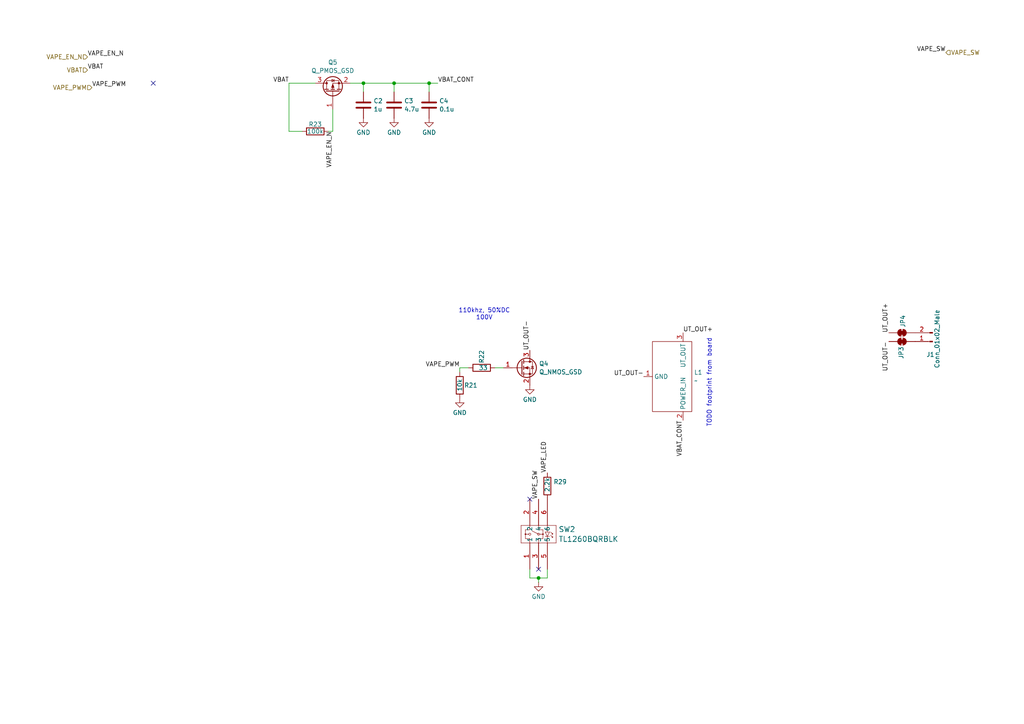
<source format=kicad_sch>
(kicad_sch
	(version 20250114)
	(generator "eeschema")
	(generator_version "9.0")
	(uuid "6cf64ae9-0a9b-448a-b080-5756ca15706a")
	(paper "A4")
	(lib_symbols
		(symbol "Connector:Conn_01x02_Male"
			(pin_names
				(offset 1.016)
				(hide yes)
			)
			(exclude_from_sim no)
			(in_bom yes)
			(on_board yes)
			(property "Reference" "J"
				(at 0 2.54 0)
				(effects
					(font
						(size 1.27 1.27)
					)
				)
			)
			(property "Value" "Conn_01x02_Male"
				(at 0 -5.08 0)
				(effects
					(font
						(size 1.27 1.27)
					)
				)
			)
			(property "Footprint" ""
				(at 0 0 0)
				(effects
					(font
						(size 1.27 1.27)
					)
					(hide yes)
				)
			)
			(property "Datasheet" "~"
				(at 0 0 0)
				(effects
					(font
						(size 1.27 1.27)
					)
					(hide yes)
				)
			)
			(property "Description" "Generic connector, single row, 01x02, script generated (kicad-library-utils/schlib/autogen/connector/)"
				(at 0 0 0)
				(effects
					(font
						(size 1.27 1.27)
					)
					(hide yes)
				)
			)
			(property "ki_keywords" "connector"
				(at 0 0 0)
				(effects
					(font
						(size 1.27 1.27)
					)
					(hide yes)
				)
			)
			(property "ki_fp_filters" "Connector*:*_1x??_*"
				(at 0 0 0)
				(effects
					(font
						(size 1.27 1.27)
					)
					(hide yes)
				)
			)
			(symbol "Conn_01x02_Male_1_1"
				(rectangle
					(start 0.8636 0.127)
					(end 0 -0.127)
					(stroke
						(width 0.1524)
						(type default)
					)
					(fill
						(type outline)
					)
				)
				(rectangle
					(start 0.8636 -2.413)
					(end 0 -2.667)
					(stroke
						(width 0.1524)
						(type default)
					)
					(fill
						(type outline)
					)
				)
				(polyline
					(pts
						(xy 1.27 0) (xy 0.8636 0)
					)
					(stroke
						(width 0.1524)
						(type default)
					)
					(fill
						(type none)
					)
				)
				(polyline
					(pts
						(xy 1.27 -2.54) (xy 0.8636 -2.54)
					)
					(stroke
						(width 0.1524)
						(type default)
					)
					(fill
						(type none)
					)
				)
				(pin passive line
					(at 5.08 0 180)
					(length 3.81)
					(name "Pin_1"
						(effects
							(font
								(size 1.27 1.27)
							)
						)
					)
					(number "1"
						(effects
							(font
								(size 1.27 1.27)
							)
						)
					)
				)
				(pin passive line
					(at 5.08 -2.54 180)
					(length 3.81)
					(name "Pin_2"
						(effects
							(font
								(size 1.27 1.27)
							)
						)
					)
					(number "2"
						(effects
							(font
								(size 1.27 1.27)
							)
						)
					)
				)
			)
			(embedded_fonts no)
		)
		(symbol "Device:C"
			(pin_numbers
				(hide yes)
			)
			(pin_names
				(offset 0.254)
			)
			(exclude_from_sim no)
			(in_bom yes)
			(on_board yes)
			(property "Reference" "C"
				(at 0.635 2.54 0)
				(effects
					(font
						(size 1.27 1.27)
					)
					(justify left)
				)
			)
			(property "Value" "C"
				(at 0.635 -2.54 0)
				(effects
					(font
						(size 1.27 1.27)
					)
					(justify left)
				)
			)
			(property "Footprint" ""
				(at 0.9652 -3.81 0)
				(effects
					(font
						(size 1.27 1.27)
					)
					(hide yes)
				)
			)
			(property "Datasheet" "~"
				(at 0 0 0)
				(effects
					(font
						(size 1.27 1.27)
					)
					(hide yes)
				)
			)
			(property "Description" "Unpolarized capacitor"
				(at 0 0 0)
				(effects
					(font
						(size 1.27 1.27)
					)
					(hide yes)
				)
			)
			(property "ki_keywords" "cap capacitor"
				(at 0 0 0)
				(effects
					(font
						(size 1.27 1.27)
					)
					(hide yes)
				)
			)
			(property "ki_fp_filters" "C_*"
				(at 0 0 0)
				(effects
					(font
						(size 1.27 1.27)
					)
					(hide yes)
				)
			)
			(symbol "C_0_1"
				(polyline
					(pts
						(xy -2.032 0.762) (xy 2.032 0.762)
					)
					(stroke
						(width 0.508)
						(type default)
					)
					(fill
						(type none)
					)
				)
				(polyline
					(pts
						(xy -2.032 -0.762) (xy 2.032 -0.762)
					)
					(stroke
						(width 0.508)
						(type default)
					)
					(fill
						(type none)
					)
				)
			)
			(symbol "C_1_1"
				(pin passive line
					(at 0 3.81 270)
					(length 2.794)
					(name "~"
						(effects
							(font
								(size 1.27 1.27)
							)
						)
					)
					(number "1"
						(effects
							(font
								(size 1.27 1.27)
							)
						)
					)
				)
				(pin passive line
					(at 0 -3.81 90)
					(length 2.794)
					(name "~"
						(effects
							(font
								(size 1.27 1.27)
							)
						)
					)
					(number "2"
						(effects
							(font
								(size 1.27 1.27)
							)
						)
					)
				)
			)
			(embedded_fonts no)
		)
		(symbol "Device:R"
			(pin_numbers
				(hide yes)
			)
			(pin_names
				(offset 0)
			)
			(exclude_from_sim no)
			(in_bom yes)
			(on_board yes)
			(property "Reference" "R"
				(at 2.032 0 90)
				(effects
					(font
						(size 1.27 1.27)
					)
				)
			)
			(property "Value" "R"
				(at 0 0 90)
				(effects
					(font
						(size 1.27 1.27)
					)
				)
			)
			(property "Footprint" ""
				(at -1.778 0 90)
				(effects
					(font
						(size 1.27 1.27)
					)
					(hide yes)
				)
			)
			(property "Datasheet" "~"
				(at 0 0 0)
				(effects
					(font
						(size 1.27 1.27)
					)
					(hide yes)
				)
			)
			(property "Description" "Resistor"
				(at 0 0 0)
				(effects
					(font
						(size 1.27 1.27)
					)
					(hide yes)
				)
			)
			(property "ki_keywords" "R res resistor"
				(at 0 0 0)
				(effects
					(font
						(size 1.27 1.27)
					)
					(hide yes)
				)
			)
			(property "ki_fp_filters" "R_*"
				(at 0 0 0)
				(effects
					(font
						(size 1.27 1.27)
					)
					(hide yes)
				)
			)
			(symbol "R_0_1"
				(rectangle
					(start -1.016 -2.54)
					(end 1.016 2.54)
					(stroke
						(width 0.254)
						(type default)
					)
					(fill
						(type none)
					)
				)
			)
			(symbol "R_1_1"
				(pin passive line
					(at 0 3.81 270)
					(length 1.27)
					(name "~"
						(effects
							(font
								(size 1.27 1.27)
							)
						)
					)
					(number "1"
						(effects
							(font
								(size 1.27 1.27)
							)
						)
					)
				)
				(pin passive line
					(at 0 -3.81 90)
					(length 1.27)
					(name "~"
						(effects
							(font
								(size 1.27 1.27)
							)
						)
					)
					(number "2"
						(effects
							(font
								(size 1.27 1.27)
							)
						)
					)
				)
			)
			(embedded_fonts no)
		)
		(symbol "Jumper:SolderJumper_2_Bridged"
			(pin_numbers
				(hide yes)
			)
			(pin_names
				(offset 0)
				(hide yes)
			)
			(exclude_from_sim no)
			(in_bom no)
			(on_board yes)
			(property "Reference" "JP"
				(at 0 2.032 0)
				(effects
					(font
						(size 1.27 1.27)
					)
				)
			)
			(property "Value" "SolderJumper_2_Bridged"
				(at 0 -2.54 0)
				(effects
					(font
						(size 1.27 1.27)
					)
				)
			)
			(property "Footprint" ""
				(at 0 0 0)
				(effects
					(font
						(size 1.27 1.27)
					)
					(hide yes)
				)
			)
			(property "Datasheet" "~"
				(at 0 0 0)
				(effects
					(font
						(size 1.27 1.27)
					)
					(hide yes)
				)
			)
			(property "Description" "Solder Jumper, 2-pole, closed/bridged"
				(at 0 0 0)
				(effects
					(font
						(size 1.27 1.27)
					)
					(hide yes)
				)
			)
			(property "ki_keywords" "solder jumper SPST"
				(at 0 0 0)
				(effects
					(font
						(size 1.27 1.27)
					)
					(hide yes)
				)
			)
			(property "ki_fp_filters" "SolderJumper*Bridged*"
				(at 0 0 0)
				(effects
					(font
						(size 1.27 1.27)
					)
					(hide yes)
				)
			)
			(symbol "SolderJumper_2_Bridged_0_1"
				(rectangle
					(start -0.508 0.508)
					(end 0.508 -0.508)
					(stroke
						(width 0)
						(type default)
					)
					(fill
						(type outline)
					)
				)
				(polyline
					(pts
						(xy -0.254 1.016) (xy -0.254 -1.016)
					)
					(stroke
						(width 0)
						(type default)
					)
					(fill
						(type none)
					)
				)
				(arc
					(start -0.254 -1.016)
					(mid -1.2656 0)
					(end -0.254 1.016)
					(stroke
						(width 0)
						(type default)
					)
					(fill
						(type none)
					)
				)
				(arc
					(start -0.254 -1.016)
					(mid -1.2656 0)
					(end -0.254 1.016)
					(stroke
						(width 0)
						(type default)
					)
					(fill
						(type outline)
					)
				)
				(arc
					(start 0.254 1.016)
					(mid 1.2656 0)
					(end 0.254 -1.016)
					(stroke
						(width 0)
						(type default)
					)
					(fill
						(type none)
					)
				)
				(arc
					(start 0.254 1.016)
					(mid 1.2656 0)
					(end 0.254 -1.016)
					(stroke
						(width 0)
						(type default)
					)
					(fill
						(type outline)
					)
				)
				(polyline
					(pts
						(xy 0.254 1.016) (xy 0.254 -1.016)
					)
					(stroke
						(width 0)
						(type default)
					)
					(fill
						(type none)
					)
				)
			)
			(symbol "SolderJumper_2_Bridged_1_1"
				(pin passive line
					(at -3.81 0 0)
					(length 2.54)
					(name "A"
						(effects
							(font
								(size 1.27 1.27)
							)
						)
					)
					(number "1"
						(effects
							(font
								(size 1.27 1.27)
							)
						)
					)
				)
				(pin passive line
					(at 3.81 0 180)
					(length 2.54)
					(name "B"
						(effects
							(font
								(size 1.27 1.27)
							)
						)
					)
					(number "2"
						(effects
							(font
								(size 1.27 1.27)
							)
						)
					)
				)
			)
			(embedded_fonts no)
		)
		(symbol "New_Library:TL1260BQRBLK"
			(pin_names
				(offset 0.254)
			)
			(exclude_from_sim no)
			(in_bom yes)
			(on_board yes)
			(property "Reference" "SW"
				(at 10.16 7.62 0)
				(effects
					(font
						(size 1.524 1.524)
					)
				)
			)
			(property "Value" "TL1260BQRBLK"
				(at 10.16 5.08 0)
				(effects
					(font
						(size 1.524 1.524)
					)
				)
			)
			(property "Footprint" "TL1260_EWI"
				(at 0 0 0)
				(effects
					(font
						(size 1.27 1.27)
						(italic yes)
					)
					(hide yes)
				)
			)
			(property "Datasheet" "TL1260BQRBLK"
				(at 0 0 0)
				(effects
					(font
						(size 1.27 1.27)
						(italic yes)
					)
					(hide yes)
				)
			)
			(property "Description" ""
				(at 0 0 0)
				(effects
					(font
						(size 1.27 1.27)
					)
					(hide yes)
				)
			)
			(property "ki_locked" ""
				(at 0 0 0)
				(effects
					(font
						(size 1.27 1.27)
					)
				)
			)
			(property "ki_keywords" "TL1260BQRBLK"
				(at 0 0 0)
				(effects
					(font
						(size 1.27 1.27)
					)
					(hide yes)
				)
			)
			(property "ki_fp_filters" "TL1260_EWI"
				(at 0 0 0)
				(effects
					(font
						(size 1.27 1.27)
					)
					(hide yes)
				)
			)
			(symbol "TL1260BQRBLK_0_1"
				(polyline
					(pts
						(xy 7.62 2.54) (xy 7.62 -7.62)
					)
					(stroke
						(width 0.127)
						(type default)
					)
					(fill
						(type none)
					)
				)
				(polyline
					(pts
						(xy 7.62 0) (xy 8.89 0)
					)
					(stroke
						(width 0.127)
						(type default)
					)
					(fill
						(type none)
					)
				)
				(polyline
					(pts
						(xy 7.62 -2.54) (xy 8.89 -2.54)
					)
					(stroke
						(width 0.127)
						(type default)
					)
					(fill
						(type none)
					)
				)
				(polyline
					(pts
						(xy 7.62 -5.08) (xy 9.525 -5.08)
					)
					(stroke
						(width 0.127)
						(type default)
					)
					(fill
						(type none)
					)
				)
				(polyline
					(pts
						(xy 7.62 -7.62) (xy 12.7 -7.62)
					)
					(stroke
						(width 0.127)
						(type default)
					)
					(fill
						(type none)
					)
				)
				(polyline
					(pts
						(xy 8.89 1.27) (xy 11.43 1.27)
					)
					(stroke
						(width 0.127)
						(type default)
					)
					(fill
						(type none)
					)
				)
				(polyline
					(pts
						(xy 8.89 0) (xy 8.89 1.27)
					)
					(stroke
						(width 0.127)
						(type default)
					)
					(fill
						(type none)
					)
				)
				(polyline
					(pts
						(xy 8.89 -2.54) (xy 8.89 -3.81)
					)
					(stroke
						(width 0.127)
						(type default)
					)
					(fill
						(type none)
					)
				)
				(polyline
					(pts
						(xy 8.89 -3.81) (xy 11.43 -3.81)
					)
					(stroke
						(width 0.127)
						(type default)
					)
					(fill
						(type none)
					)
				)
				(polyline
					(pts
						(xy 9.2075 -6.6675) (xy 9.2075 -6.35)
					)
					(stroke
						(width 0.127)
						(type default)
					)
					(fill
						(type none)
					)
				)
				(polyline
					(pts
						(xy 9.2075 -6.6675) (xy 9.525 -6.6675)
					)
					(stroke
						(width 0.127)
						(type default)
					)
					(fill
						(type none)
					)
				)
				(polyline
					(pts
						(xy 9.525 -4.445) (xy 9.525 -5.715)
					)
					(stroke
						(width 0.127)
						(type default)
					)
					(fill
						(type none)
					)
				)
				(polyline
					(pts
						(xy 9.525 -5.08) (xy 10.795 -5.715)
					)
					(stroke
						(width 0.127)
						(type default)
					)
					(fill
						(type none)
					)
				)
				(polyline
					(pts
						(xy 9.8425 -6.0325) (xy 9.2075 -6.6675)
					)
					(stroke
						(width 0.127)
						(type default)
					)
					(fill
						(type none)
					)
				)
				(circle
					(center 10.16 1.27)
					(radius 0.127)
					(stroke
						(width 0.2032)
						(type default)
					)
					(fill
						(type none)
					)
				)
				(polyline
					(pts
						(xy 10.16 0.3175) (xy 10.16 1.27)
					)
					(stroke
						(width 0.127)
						(type default)
					)
					(fill
						(type none)
					)
				)
				(circle
					(center 10.16 0)
					(radius 0.3048)
					(stroke
						(width 0.127)
						(type default)
					)
					(fill
						(type none)
					)
				)
				(polyline
					(pts
						(xy 10.16 -2.54) (xy 11.1125 -0.635)
					)
					(stroke
						(width 0.127)
						(type default)
					)
					(fill
						(type none)
					)
				)
				(circle
					(center 10.16 -2.54)
					(radius 0.3048)
					(stroke
						(width 0.127)
						(type default)
					)
					(fill
						(type none)
					)
				)
				(polyline
					(pts
						(xy 10.16 -2.8575) (xy 10.16 -3.81)
					)
					(stroke
						(width 0.127)
						(type default)
					)
					(fill
						(type none)
					)
				)
				(circle
					(center 10.16 -3.81)
					(radius 0.127)
					(stroke
						(width 0.2032)
						(type default)
					)
					(fill
						(type none)
					)
				)
				(polyline
					(pts
						(xy 10.16 -6.6675) (xy 10.16 -6.35)
					)
					(stroke
						(width 0.127)
						(type default)
					)
					(fill
						(type none)
					)
				)
				(polyline
					(pts
						(xy 10.16 -6.6675) (xy 10.4775 -6.6675)
					)
					(stroke
						(width 0.127)
						(type default)
					)
					(fill
						(type none)
					)
				)
				(polyline
					(pts
						(xy 10.795 -4.445) (xy 9.525 -5.08)
					)
					(stroke
						(width 0.127)
						(type default)
					)
					(fill
						(type none)
					)
				)
				(polyline
					(pts
						(xy 10.795 -4.445) (xy 10.795 -5.715)
					)
					(stroke
						(width 0.127)
						(type default)
					)
					(fill
						(type none)
					)
				)
				(polyline
					(pts
						(xy 10.795 -5.08) (xy 12.7 -5.08)
					)
					(stroke
						(width 0.127)
						(type default)
					)
					(fill
						(type none)
					)
				)
				(polyline
					(pts
						(xy 10.795 -6.0325) (xy 10.16 -6.6675)
					)
					(stroke
						(width 0.127)
						(type default)
					)
					(fill
						(type none)
					)
				)
				(polyline
					(pts
						(xy 11.43 1.27) (xy 11.43 0)
					)
					(stroke
						(width 0.127)
						(type default)
					)
					(fill
						(type none)
					)
				)
				(polyline
					(pts
						(xy 11.43 0) (xy 12.7 0)
					)
					(stroke
						(width 0.127)
						(type default)
					)
					(fill
						(type none)
					)
				)
				(polyline
					(pts
						(xy 11.43 -2.54) (xy 12.7 -2.54)
					)
					(stroke
						(width 0.127)
						(type default)
					)
					(fill
						(type none)
					)
				)
				(polyline
					(pts
						(xy 11.43 -3.81) (xy 11.43 -2.54)
					)
					(stroke
						(width 0.127)
						(type default)
					)
					(fill
						(type none)
					)
				)
				(polyline
					(pts
						(xy 12.7 2.54) (xy 7.62 2.54)
					)
					(stroke
						(width 0.127)
						(type default)
					)
					(fill
						(type none)
					)
				)
				(polyline
					(pts
						(xy 12.7 -7.62) (xy 12.7 2.54)
					)
					(stroke
						(width 0.127)
						(type default)
					)
					(fill
						(type none)
					)
				)
				(pin unspecified line
					(at 0 0 0)
					(length 7.62)
					(name "1"
						(effects
							(font
								(size 1.27 1.27)
							)
						)
					)
					(number "1"
						(effects
							(font
								(size 1.27 1.27)
							)
						)
					)
				)
				(pin unspecified line
					(at 0 -2.54 0)
					(length 7.62)
					(name "3"
						(effects
							(font
								(size 1.27 1.27)
							)
						)
					)
					(number "3"
						(effects
							(font
								(size 1.27 1.27)
							)
						)
					)
				)
				(pin unspecified line
					(at 0 -5.08 0)
					(length 7.62)
					(name "5"
						(effects
							(font
								(size 1.27 1.27)
							)
						)
					)
					(number "5"
						(effects
							(font
								(size 1.27 1.27)
							)
						)
					)
				)
				(pin unspecified line
					(at 20.32 0 180)
					(length 7.62)
					(name "2"
						(effects
							(font
								(size 1.27 1.27)
							)
						)
					)
					(number "2"
						(effects
							(font
								(size 1.27 1.27)
							)
						)
					)
				)
				(pin unspecified line
					(at 20.32 -2.54 180)
					(length 7.62)
					(name "4"
						(effects
							(font
								(size 1.27 1.27)
							)
						)
					)
					(number "4"
						(effects
							(font
								(size 1.27 1.27)
							)
						)
					)
				)
				(pin unspecified line
					(at 20.32 -5.08 180)
					(length 7.62)
					(name "6"
						(effects
							(font
								(size 1.27 1.27)
							)
						)
					)
					(number "6"
						(effects
							(font
								(size 1.27 1.27)
							)
						)
					)
				)
			)
			(embedded_fonts no)
		)
		(symbol "New_Library:Txformer"
			(exclude_from_sim no)
			(in_bom yes)
			(on_board yes)
			(property "Reference" "L"
				(at -0.508 1.016 0)
				(effects
					(font
						(size 1.27 1.27)
					)
				)
			)
			(property "Value" ""
				(at 0 0 0)
				(effects
					(font
						(size 1.27 1.27)
					)
				)
			)
			(property "Footprint" ""
				(at 0 0 0)
				(effects
					(font
						(size 1.27 1.27)
					)
					(hide yes)
				)
			)
			(property "Datasheet" ""
				(at 0 0 0)
				(effects
					(font
						(size 1.27 1.27)
					)
					(hide yes)
				)
			)
			(property "Description" ""
				(at 0 0 0)
				(effects
					(font
						(size 1.27 1.27)
					)
					(hide yes)
				)
			)
			(symbol "Txformer_0_1"
				(rectangle
					(start -12.7 11.43)
					(end -1.27 -8.89)
					(stroke
						(width 0)
						(type default)
					)
					(fill
						(type none)
					)
				)
			)
			(symbol "Txformer_1_1"
				(pin power_in line
					(at -15.24 1.27 0)
					(length 2.54)
					(name "GND"
						(effects
							(font
								(size 1.27 1.27)
							)
						)
					)
					(number "1"
						(effects
							(font
								(size 1.27 1.27)
							)
						)
					)
				)
				(pin power_out line
					(at -3.81 13.97 270)
					(length 2.54)
					(name "UT_OUT"
						(effects
							(font
								(size 1.27 1.27)
							)
						)
					)
					(number "3"
						(effects
							(font
								(size 1.27 1.27)
							)
						)
					)
				)
				(pin power_in line
					(at -3.81 -11.43 90)
					(length 2.54)
					(name "POWER_IN"
						(effects
							(font
								(size 1.27 1.27)
							)
						)
					)
					(number "2"
						(effects
							(font
								(size 1.27 1.27)
							)
						)
					)
				)
			)
			(embedded_fonts no)
		)
		(symbol "Transistor_FET:Q_NMOS_GSD"
			(pin_names
				(offset 0)
				(hide yes)
			)
			(exclude_from_sim no)
			(in_bom yes)
			(on_board yes)
			(property "Reference" "Q"
				(at 5.08 1.905 0)
				(effects
					(font
						(size 1.27 1.27)
					)
					(justify left)
				)
			)
			(property "Value" "Q_NMOS_GSD"
				(at 5.08 0 0)
				(effects
					(font
						(size 1.27 1.27)
					)
					(justify left)
				)
			)
			(property "Footprint" ""
				(at 5.08 2.54 0)
				(effects
					(font
						(size 1.27 1.27)
					)
					(hide yes)
				)
			)
			(property "Datasheet" "~"
				(at 0 0 0)
				(effects
					(font
						(size 1.27 1.27)
					)
					(hide yes)
				)
			)
			(property "Description" "N-MOSFET transistor, gate/source/drain"
				(at 0 0 0)
				(effects
					(font
						(size 1.27 1.27)
					)
					(hide yes)
				)
			)
			(property "ki_keywords" "transistor NMOS N-MOS N-MOSFET"
				(at 0 0 0)
				(effects
					(font
						(size 1.27 1.27)
					)
					(hide yes)
				)
			)
			(symbol "Q_NMOS_GSD_0_1"
				(polyline
					(pts
						(xy 0.254 1.905) (xy 0.254 -1.905)
					)
					(stroke
						(width 0.254)
						(type default)
					)
					(fill
						(type none)
					)
				)
				(polyline
					(pts
						(xy 0.254 0) (xy -2.54 0)
					)
					(stroke
						(width 0)
						(type default)
					)
					(fill
						(type none)
					)
				)
				(polyline
					(pts
						(xy 0.762 2.286) (xy 0.762 1.27)
					)
					(stroke
						(width 0.254)
						(type default)
					)
					(fill
						(type none)
					)
				)
				(polyline
					(pts
						(xy 0.762 0.508) (xy 0.762 -0.508)
					)
					(stroke
						(width 0.254)
						(type default)
					)
					(fill
						(type none)
					)
				)
				(polyline
					(pts
						(xy 0.762 -1.27) (xy 0.762 -2.286)
					)
					(stroke
						(width 0.254)
						(type default)
					)
					(fill
						(type none)
					)
				)
				(polyline
					(pts
						(xy 0.762 -1.778) (xy 3.302 -1.778) (xy 3.302 1.778) (xy 0.762 1.778)
					)
					(stroke
						(width 0)
						(type default)
					)
					(fill
						(type none)
					)
				)
				(polyline
					(pts
						(xy 1.016 0) (xy 2.032 0.381) (xy 2.032 -0.381) (xy 1.016 0)
					)
					(stroke
						(width 0)
						(type default)
					)
					(fill
						(type outline)
					)
				)
				(circle
					(center 1.651 0)
					(radius 2.794)
					(stroke
						(width 0.254)
						(type default)
					)
					(fill
						(type none)
					)
				)
				(polyline
					(pts
						(xy 2.54 2.54) (xy 2.54 1.778)
					)
					(stroke
						(width 0)
						(type default)
					)
					(fill
						(type none)
					)
				)
				(circle
					(center 2.54 1.778)
					(radius 0.254)
					(stroke
						(width 0)
						(type default)
					)
					(fill
						(type outline)
					)
				)
				(circle
					(center 2.54 -1.778)
					(radius 0.254)
					(stroke
						(width 0)
						(type default)
					)
					(fill
						(type outline)
					)
				)
				(polyline
					(pts
						(xy 2.54 -2.54) (xy 2.54 0) (xy 0.762 0)
					)
					(stroke
						(width 0)
						(type default)
					)
					(fill
						(type none)
					)
				)
				(polyline
					(pts
						(xy 2.921 0.381) (xy 3.683 0.381)
					)
					(stroke
						(width 0)
						(type default)
					)
					(fill
						(type none)
					)
				)
				(polyline
					(pts
						(xy 3.302 0.381) (xy 2.921 -0.254) (xy 3.683 -0.254) (xy 3.302 0.381)
					)
					(stroke
						(width 0)
						(type default)
					)
					(fill
						(type none)
					)
				)
			)
			(symbol "Q_NMOS_GSD_1_1"
				(pin input line
					(at -5.08 0 0)
					(length 2.54)
					(name "G"
						(effects
							(font
								(size 1.27 1.27)
							)
						)
					)
					(number "1"
						(effects
							(font
								(size 1.27 1.27)
							)
						)
					)
				)
				(pin passive line
					(at 2.54 5.08 270)
					(length 2.54)
					(name "D"
						(effects
							(font
								(size 1.27 1.27)
							)
						)
					)
					(number "3"
						(effects
							(font
								(size 1.27 1.27)
							)
						)
					)
				)
				(pin passive line
					(at 2.54 -5.08 90)
					(length 2.54)
					(name "S"
						(effects
							(font
								(size 1.27 1.27)
							)
						)
					)
					(number "2"
						(effects
							(font
								(size 1.27 1.27)
							)
						)
					)
				)
			)
			(embedded_fonts no)
		)
		(symbol "Transistor_FET:Q_PMOS_GSD"
			(pin_names
				(offset 0)
				(hide yes)
			)
			(exclude_from_sim no)
			(in_bom yes)
			(on_board yes)
			(property "Reference" "Q"
				(at 5.08 1.905 0)
				(effects
					(font
						(size 1.27 1.27)
					)
					(justify left)
				)
			)
			(property "Value" "Q_PMOS_GSD"
				(at 5.08 0 0)
				(effects
					(font
						(size 1.27 1.27)
					)
					(justify left)
				)
			)
			(property "Footprint" ""
				(at 5.08 2.54 0)
				(effects
					(font
						(size 1.27 1.27)
					)
					(hide yes)
				)
			)
			(property "Datasheet" "~"
				(at 0 0 0)
				(effects
					(font
						(size 1.27 1.27)
					)
					(hide yes)
				)
			)
			(property "Description" "P-MOSFET transistor, gate/source/drain"
				(at 0 0 0)
				(effects
					(font
						(size 1.27 1.27)
					)
					(hide yes)
				)
			)
			(property "ki_keywords" "transistor PMOS P-MOS P-MOSFET"
				(at 0 0 0)
				(effects
					(font
						(size 1.27 1.27)
					)
					(hide yes)
				)
			)
			(symbol "Q_PMOS_GSD_0_1"
				(polyline
					(pts
						(xy 0.254 1.905) (xy 0.254 -1.905)
					)
					(stroke
						(width 0.254)
						(type default)
					)
					(fill
						(type none)
					)
				)
				(polyline
					(pts
						(xy 0.254 0) (xy -2.54 0)
					)
					(stroke
						(width 0)
						(type default)
					)
					(fill
						(type none)
					)
				)
				(polyline
					(pts
						(xy 0.762 2.286) (xy 0.762 1.27)
					)
					(stroke
						(width 0.254)
						(type default)
					)
					(fill
						(type none)
					)
				)
				(polyline
					(pts
						(xy 0.762 1.778) (xy 3.302 1.778) (xy 3.302 -1.778) (xy 0.762 -1.778)
					)
					(stroke
						(width 0)
						(type default)
					)
					(fill
						(type none)
					)
				)
				(polyline
					(pts
						(xy 0.762 0.508) (xy 0.762 -0.508)
					)
					(stroke
						(width 0.254)
						(type default)
					)
					(fill
						(type none)
					)
				)
				(polyline
					(pts
						(xy 0.762 -1.27) (xy 0.762 -2.286)
					)
					(stroke
						(width 0.254)
						(type default)
					)
					(fill
						(type none)
					)
				)
				(circle
					(center 1.651 0)
					(radius 2.794)
					(stroke
						(width 0.254)
						(type default)
					)
					(fill
						(type none)
					)
				)
				(polyline
					(pts
						(xy 2.286 0) (xy 1.27 0.381) (xy 1.27 -0.381) (xy 2.286 0)
					)
					(stroke
						(width 0)
						(type default)
					)
					(fill
						(type outline)
					)
				)
				(polyline
					(pts
						(xy 2.54 2.54) (xy 2.54 1.778)
					)
					(stroke
						(width 0)
						(type default)
					)
					(fill
						(type none)
					)
				)
				(circle
					(center 2.54 1.778)
					(radius 0.254)
					(stroke
						(width 0)
						(type default)
					)
					(fill
						(type outline)
					)
				)
				(circle
					(center 2.54 -1.778)
					(radius 0.254)
					(stroke
						(width 0)
						(type default)
					)
					(fill
						(type outline)
					)
				)
				(polyline
					(pts
						(xy 2.54 -2.54) (xy 2.54 0) (xy 0.762 0)
					)
					(stroke
						(width 0)
						(type default)
					)
					(fill
						(type none)
					)
				)
				(polyline
					(pts
						(xy 2.921 -0.381) (xy 3.683 -0.381)
					)
					(stroke
						(width 0)
						(type default)
					)
					(fill
						(type none)
					)
				)
				(polyline
					(pts
						(xy 3.302 -0.381) (xy 2.921 0.254) (xy 3.683 0.254) (xy 3.302 -0.381)
					)
					(stroke
						(width 0)
						(type default)
					)
					(fill
						(type none)
					)
				)
			)
			(symbol "Q_PMOS_GSD_1_1"
				(pin input line
					(at -5.08 0 0)
					(length 2.54)
					(name "G"
						(effects
							(font
								(size 1.27 1.27)
							)
						)
					)
					(number "1"
						(effects
							(font
								(size 1.27 1.27)
							)
						)
					)
				)
				(pin passive line
					(at 2.54 5.08 270)
					(length 2.54)
					(name "D"
						(effects
							(font
								(size 1.27 1.27)
							)
						)
					)
					(number "3"
						(effects
							(font
								(size 1.27 1.27)
							)
						)
					)
				)
				(pin passive line
					(at 2.54 -5.08 90)
					(length 2.54)
					(name "S"
						(effects
							(font
								(size 1.27 1.27)
							)
						)
					)
					(number "2"
						(effects
							(font
								(size 1.27 1.27)
							)
						)
					)
				)
			)
			(embedded_fonts no)
		)
		(symbol "power:GND"
			(power)
			(pin_numbers
				(hide yes)
			)
			(pin_names
				(offset 0)
				(hide yes)
			)
			(exclude_from_sim no)
			(in_bom yes)
			(on_board yes)
			(property "Reference" "#PWR"
				(at 0 -6.35 0)
				(effects
					(font
						(size 1.27 1.27)
					)
					(hide yes)
				)
			)
			(property "Value" "GND"
				(at 0 -3.81 0)
				(effects
					(font
						(size 1.27 1.27)
					)
				)
			)
			(property "Footprint" ""
				(at 0 0 0)
				(effects
					(font
						(size 1.27 1.27)
					)
					(hide yes)
				)
			)
			(property "Datasheet" ""
				(at 0 0 0)
				(effects
					(font
						(size 1.27 1.27)
					)
					(hide yes)
				)
			)
			(property "Description" "Power symbol creates a global label with name \"GND\" , ground"
				(at 0 0 0)
				(effects
					(font
						(size 1.27 1.27)
					)
					(hide yes)
				)
			)
			(property "ki_keywords" "global power"
				(at 0 0 0)
				(effects
					(font
						(size 1.27 1.27)
					)
					(hide yes)
				)
			)
			(symbol "GND_0_1"
				(polyline
					(pts
						(xy 0 0) (xy 0 -1.27) (xy 1.27 -1.27) (xy 0 -2.54) (xy -1.27 -1.27) (xy 0 -1.27)
					)
					(stroke
						(width 0)
						(type default)
					)
					(fill
						(type none)
					)
				)
			)
			(symbol "GND_1_1"
				(pin power_in line
					(at 0 0 270)
					(length 0)
					(name "~"
						(effects
							(font
								(size 1.27 1.27)
							)
						)
					)
					(number "1"
						(effects
							(font
								(size 1.27 1.27)
							)
						)
					)
				)
			)
			(embedded_fonts no)
		)
	)
	(text "110khz, 50%DC\n100V"
		(exclude_from_sim no)
		(at 140.462 91.186 0)
		(effects
			(font
				(size 1.27 1.27)
			)
		)
		(uuid "4c0146cb-c854-4673-bc60-b23852986ad1")
	)
	(text "TODO footprint from board"
		(exclude_from_sim no)
		(at 205.74 110.998 90)
		(effects
			(font
				(size 1.27 1.27)
			)
		)
		(uuid "e73b91dc-449e-4f69-a623-70f642d71d3d")
	)
	(junction
		(at 124.46 24.13)
		(diameter 0)
		(color 0 0 0 0)
		(uuid "1027b707-8db5-4cc3-bc2a-2b3fe1a52104")
	)
	(junction
		(at 156.21 167.64)
		(diameter 0)
		(color 0 0 0 0)
		(uuid "5d4caa3c-0322-4959-9c05-107e017c38fb")
	)
	(junction
		(at 105.41 24.13)
		(diameter 0)
		(color 0 0 0 0)
		(uuid "d1c3a78a-f309-4c9b-835f-6b59f7e22e17")
	)
	(junction
		(at 114.3 24.13)
		(diameter 0)
		(color 0 0 0 0)
		(uuid "f01f3573-6d7a-49ee-a998-5b0dc63bf77c")
	)
	(no_connect
		(at 156.21 165.1)
		(uuid "55e8d524-4c8d-4184-b3ed-2fc3b4dc9542")
	)
	(no_connect
		(at 44.45 24.13)
		(uuid "a74dba79-85c5-4e0a-a126-add105f16c90")
	)
	(no_connect
		(at 153.67 144.78)
		(uuid "f340316c-ddc4-4183-aa58-42f5ed002dde")
	)
	(wire
		(pts
			(xy 87.63 38.1) (xy 83.82 38.1)
		)
		(stroke
			(width 0)
			(type default)
		)
		(uuid "13356e6f-647b-4322-9d63-bdccf1c40f11")
	)
	(wire
		(pts
			(xy 124.46 24.13) (xy 124.46 26.67)
		)
		(stroke
			(width 0)
			(type default)
		)
		(uuid "294d025b-2850-4029-aa8e-ea5bc149dd65")
	)
	(wire
		(pts
			(xy 114.3 24.13) (xy 114.3 26.67)
		)
		(stroke
			(width 0)
			(type default)
		)
		(uuid "399023ef-d38c-4f86-9688-c5eff1bc9042")
	)
	(wire
		(pts
			(xy 133.35 106.68) (xy 135.89 106.68)
		)
		(stroke
			(width 0)
			(type default)
		)
		(uuid "3d098632-6128-4f50-b297-bc2156e00a49")
	)
	(wire
		(pts
			(xy 158.75 165.1) (xy 158.75 167.64)
		)
		(stroke
			(width 0)
			(type default)
		)
		(uuid "48e908ca-cd3f-41bf-975e-0fe2fcf16a9f")
	)
	(wire
		(pts
			(xy 105.41 24.13) (xy 105.41 26.67)
		)
		(stroke
			(width 0)
			(type default)
		)
		(uuid "5412c922-35bc-4ebf-be7b-f25535a69c84")
	)
	(wire
		(pts
			(xy 95.25 38.1) (xy 96.52 38.1)
		)
		(stroke
			(width 0)
			(type default)
		)
		(uuid "6222bab1-fbf8-494e-a1d0-e57680fad327")
	)
	(wire
		(pts
			(xy 153.67 165.1) (xy 153.67 167.64)
		)
		(stroke
			(width 0)
			(type default)
		)
		(uuid "6471aafa-1ece-4a7e-8b59-5b4430456209")
	)
	(wire
		(pts
			(xy 96.52 38.1) (xy 96.52 31.75)
		)
		(stroke
			(width 0)
			(type default)
		)
		(uuid "6bd6c6cf-1052-4fe5-b19c-86ab9c21d0f2")
	)
	(wire
		(pts
			(xy 83.82 38.1) (xy 83.82 24.13)
		)
		(stroke
			(width 0)
			(type default)
		)
		(uuid "8ae6ab85-96b4-4703-b35b-2575272be18e")
	)
	(wire
		(pts
			(xy 101.6 24.13) (xy 105.41 24.13)
		)
		(stroke
			(width 0)
			(type default)
		)
		(uuid "8c2249d6-e943-4e87-9618-0ad141f79f8d")
	)
	(wire
		(pts
			(xy 158.75 167.64) (xy 156.21 167.64)
		)
		(stroke
			(width 0)
			(type default)
		)
		(uuid "91a50290-3b84-4404-914c-6bed14d6a129")
	)
	(wire
		(pts
			(xy 156.21 168.91) (xy 156.21 167.64)
		)
		(stroke
			(width 0)
			(type default)
		)
		(uuid "91d69fcb-83c4-4964-812a-7414868d93cc")
	)
	(wire
		(pts
			(xy 133.35 107.95) (xy 133.35 106.68)
		)
		(stroke
			(width 0)
			(type default)
		)
		(uuid "a24a34ae-1aa9-46ee-af58-44a3ebc10eee")
	)
	(wire
		(pts
			(xy 153.67 167.64) (xy 156.21 167.64)
		)
		(stroke
			(width 0)
			(type default)
		)
		(uuid "b52def39-27b8-4761-9374-2a8641f7c262")
	)
	(wire
		(pts
			(xy 105.41 24.13) (xy 114.3 24.13)
		)
		(stroke
			(width 0)
			(type default)
		)
		(uuid "be4b5ad4-ac2a-4b04-bbab-2cf36395fc44")
	)
	(wire
		(pts
			(xy 124.46 24.13) (xy 127 24.13)
		)
		(stroke
			(width 0)
			(type default)
		)
		(uuid "c034ee88-7b4a-47ac-89fb-45bf50d23160")
	)
	(wire
		(pts
			(xy 83.82 24.13) (xy 91.44 24.13)
		)
		(stroke
			(width 0)
			(type default)
		)
		(uuid "c038a50f-613e-43a7-9e61-856f983d44e9")
	)
	(wire
		(pts
			(xy 114.3 24.13) (xy 124.46 24.13)
		)
		(stroke
			(width 0)
			(type default)
		)
		(uuid "e051289c-6f3a-4352-bb54-570efa509d20")
	)
	(wire
		(pts
			(xy 143.51 106.68) (xy 146.05 106.68)
		)
		(stroke
			(width 0)
			(type default)
		)
		(uuid "f6c0ec85-43ad-4372-9c4e-d753380e696b")
	)
	(label "VAPE_EN_N"
		(at 96.52 38.1 270)
		(effects
			(font
				(size 1.27 1.27)
			)
			(justify right bottom)
		)
		(uuid "19aa8c90-dc22-46ec-b890-4cad8d6f1385")
	)
	(label "VBAT"
		(at 83.82 24.13 180)
		(effects
			(font
				(size 1.27 1.27)
			)
			(justify right bottom)
		)
		(uuid "30bed875-3c5d-478b-b953-a2d322d23782")
	)
	(label "UT_OUT-"
		(at 257.81 99.06 270)
		(effects
			(font
				(size 1.27 1.27)
			)
			(justify right bottom)
		)
		(uuid "34e5ff1b-15d3-4e8c-90f6-e0a62083f7bf")
	)
	(label "VBAT_CONT"
		(at 198.12 121.92 270)
		(effects
			(font
				(size 1.27 1.27)
			)
			(justify right bottom)
		)
		(uuid "353a7d25-db8c-460a-b0cd-1ee39371a63b")
	)
	(label "VAPE_LED"
		(at 158.75 137.16 90)
		(effects
			(font
				(size 1.27 1.27)
			)
			(justify left bottom)
		)
		(uuid "387be0dc-d9bf-4682-a9a5-05e5848572be")
	)
	(label "VAPE_PWM"
		(at 133.35 106.68 180)
		(effects
			(font
				(size 1.27 1.27)
			)
			(justify right bottom)
		)
		(uuid "3a9755b3-24aa-48e9-a9e3-61c6199cf677")
	)
	(label "VBAT"
		(at 25.4 20.32 0)
		(effects
			(font
				(size 1.27 1.27)
			)
			(justify left bottom)
		)
		(uuid "3ac1fdce-a904-40f1-88b6-b5339d03240d")
	)
	(label "VAPE_EN_N"
		(at 25.4 16.51 0)
		(effects
			(font
				(size 1.27 1.27)
			)
			(justify left bottom)
		)
		(uuid "522227a4-c8b2-4e0e-bf8b-9e235a6bf65a")
	)
	(label "VAPE_SW"
		(at 156.21 144.78 90)
		(effects
			(font
				(size 1.27 1.27)
			)
			(justify left bottom)
		)
		(uuid "56a1aee9-fe91-469d-9e9f-3626db626119")
	)
	(label "VAPE_SW"
		(at 274.32 15.24 180)
		(effects
			(font
				(size 1.27 1.27)
			)
			(justify right bottom)
		)
		(uuid "69f061b8-2c29-4e8e-b2de-a4427a72cd20")
	)
	(label "VAPE_PWM"
		(at 26.67 25.4 0)
		(effects
			(font
				(size 1.27 1.27)
			)
			(justify left bottom)
		)
		(uuid "a7278d05-8fd7-4781-9ce7-db243db42de0")
	)
	(label "VBAT_CONT"
		(at 127 24.13 0)
		(effects
			(font
				(size 1.27 1.27)
			)
			(justify left bottom)
		)
		(uuid "add43020-5157-4865-bd12-2e3dee547c6e")
	)
	(label "UT_OUT-"
		(at 186.69 109.22 180)
		(effects
			(font
				(size 1.27 1.27)
			)
			(justify right bottom)
		)
		(uuid "b37c5a6b-c714-4472-9cbc-cf41cd90b499")
	)
	(label "UT_OUT-"
		(at 153.67 101.6 90)
		(effects
			(font
				(size 1.27 1.27)
			)
			(justify left bottom)
		)
		(uuid "d5c8708a-d8fa-449f-9808-d707b264db53")
	)
	(label "UT_OUT+"
		(at 257.81 96.52 90)
		(effects
			(font
				(size 1.27 1.27)
			)
			(justify left bottom)
		)
		(uuid "e11a191b-056f-412b-937b-71f5654e7a35")
	)
	(label "UT_OUT+"
		(at 198.12 96.52 0)
		(effects
			(font
				(size 1.27 1.27)
			)
			(justify left bottom)
		)
		(uuid "e9e74e5f-2ca7-4264-8d7a-90cf0807eae1")
	)
	(hierarchical_label "VAPE_SW"
		(shape input)
		(at 274.32 15.24 0)
		(effects
			(font
				(size 1.27 1.27)
			)
			(justify left)
		)
		(uuid "0295b548-d9a1-40be-ac50-401f600c3eb3")
	)
	(hierarchical_label "VBAT"
		(shape input)
		(at 25.4 20.32 180)
		(effects
			(font
				(size 1.27 1.27)
			)
			(justify right)
		)
		(uuid "c5a5ae68-7ef1-4973-b1da-0edb6447f90c")
	)
	(hierarchical_label "VAPE_PWM"
		(shape input)
		(at 26.67 25.4 180)
		(effects
			(font
				(size 1.27 1.27)
			)
			(justify right)
		)
		(uuid "cc25043e-c803-4d77-a00d-5c738cf4ebe2")
	)
	(hierarchical_label "VAPE_EN_N"
		(shape input)
		(at 25.4 16.51 180)
		(effects
			(font
				(size 1.27 1.27)
			)
			(justify right)
		)
		(uuid "f49c393d-3b97-4dfe-8284-956dd6416369")
	)
	(symbol
		(lib_id "Device:C")
		(at 124.46 30.48 0)
		(unit 1)
		(exclude_from_sim no)
		(in_bom yes)
		(on_board yes)
		(dnp no)
		(fields_autoplaced yes)
		(uuid "02c822b8-3772-4ea5-84ff-85cea7a579ba")
		(property "Reference" "C4"
			(at 127.381 29.2678 0)
			(effects
				(font
					(size 1.27 1.27)
				)
				(justify left)
			)
		)
		(property "Value" "0.1u"
			(at 127.381 31.6921 0)
			(effects
				(font
					(size 1.27 1.27)
				)
				(justify left)
			)
		)
		(property "Footprint" "Capacitor_SMD:C_0402_1005Metric_Pad0.74x0.62mm_HandSolder"
			(at 125.4252 34.29 0)
			(effects
				(font
					(size 1.27 1.27)
				)
				(hide yes)
			)
		)
		(property "Datasheet" "~"
			(at 124.46 30.48 0)
			(effects
				(font
					(size 1.27 1.27)
				)
				(hide yes)
			)
		)
		(property "Description" "Unpolarized capacitor"
			(at 124.46 30.48 0)
			(effects
				(font
					(size 1.27 1.27)
				)
				(hide yes)
			)
		)
		(pin "1"
			(uuid "69f7a113-4d98-4712-a4e9-4c95b39c535d")
		)
		(pin "2"
			(uuid "350c3530-3128-4834-b91f-179783b908c7")
		)
		(instances
			(project "tamagotchi"
				(path "/47ffaef6-4682-4a87-a393-bad1a10963be/c5f463fe-c05b-4af3-8646-c22a17ba3c4f"
					(reference "C4")
					(unit 1)
				)
			)
		)
	)
	(symbol
		(lib_id "Transistor_FET:Q_NMOS_GSD")
		(at 151.13 106.68 0)
		(unit 1)
		(exclude_from_sim no)
		(in_bom yes)
		(on_board yes)
		(dnp no)
		(fields_autoplaced yes)
		(uuid "079ebb89-36bb-4b0d-8fef-24e7ff3863d3")
		(property "Reference" "Q4"
			(at 156.337 105.4678 0)
			(effects
				(font
					(size 1.27 1.27)
				)
				(justify left)
			)
		)
		(property "Value" "Q_NMOS_GSD"
			(at 156.337 107.8921 0)
			(effects
				(font
					(size 1.27 1.27)
				)
				(justify left)
			)
		)
		(property "Footprint" "Package_TO_SOT_SMD:SOT-23"
			(at 156.21 104.14 0)
			(effects
				(font
					(size 1.27 1.27)
				)
				(hide yes)
			)
		)
		(property "Datasheet" "~"
			(at 151.13 106.68 0)
			(effects
				(font
					(size 1.27 1.27)
				)
				(hide yes)
			)
		)
		(property "Description" "N-MOSFET transistor, gate/source/drain"
			(at 151.13 106.68 0)
			(effects
				(font
					(size 1.27 1.27)
				)
				(hide yes)
			)
		)
		(property "MPN" "DMN30H4D0L-13"
			(at 151.13 106.68 0)
			(effects
				(font
					(size 1.27 1.27)
				)
				(hide yes)
			)
		)
		(pin "3"
			(uuid "708722c0-8cc2-4e56-8f44-ade4c795e198")
		)
		(pin "1"
			(uuid "145df38f-7f9d-425a-8b9f-ebd72c0a812d")
		)
		(pin "2"
			(uuid "918b1b5f-e64e-4587-8505-85a65da8f41c")
		)
		(instances
			(project "tamagotchi"
				(path "/47ffaef6-4682-4a87-a393-bad1a10963be/c5f463fe-c05b-4af3-8646-c22a17ba3c4f"
					(reference "Q4")
					(unit 1)
				)
			)
		)
	)
	(symbol
		(lib_id "New_Library:Txformer")
		(at 201.93 110.49 0)
		(unit 1)
		(exclude_from_sim no)
		(in_bom yes)
		(on_board yes)
		(dnp no)
		(fields_autoplaced yes)
		(uuid "1a51501a-0ef3-4a32-8038-1c96cd833994")
		(property "Reference" "L1"
			(at 201.295 108.0078 0)
			(effects
				(font
					(size 1.27 1.27)
				)
				(justify left)
			)
		)
		(property "Value" "~"
			(at 201.295 110.4321 0)
			(effects
				(font
					(size 1.27 1.27)
				)
				(justify left)
			)
		)
		(property "Footprint" "Library:UT Transformer"
			(at 201.93 110.49 0)
			(effects
				(font
					(size 1.27 1.27)
				)
				(hide yes)
			)
		)
		(property "Datasheet" ""
			(at 201.93 110.49 0)
			(effects
				(font
					(size 1.27 1.27)
				)
				(hide yes)
			)
		)
		(property "Description" ""
			(at 201.93 110.49 0)
			(effects
				(font
					(size 1.27 1.27)
				)
				(hide yes)
			)
		)
		(property "DigikeyLink" ""
			(at 201.93 110.49 0)
			(effects
				(font
					(size 1.27 1.27)
				)
				(hide yes)
			)
		)
		(property "MPN" ""
			(at 201.93 110.49 0)
			(effects
				(font
					(size 1.27 1.27)
				)
				(hide yes)
			)
		)
		(pin "1"
			(uuid "dc317bcf-a0f3-4ded-bedb-b6f428de3ee9")
		)
		(pin "3"
			(uuid "e9edf2dc-1d87-4cc5-8d6c-5af3a9b1074f")
		)
		(pin "2"
			(uuid "7f737f19-36e7-4e2f-a02b-81babd864717")
		)
		(instances
			(project ""
				(path "/47ffaef6-4682-4a87-a393-bad1a10963be/c5f463fe-c05b-4af3-8646-c22a17ba3c4f"
					(reference "L1")
					(unit 1)
				)
			)
		)
	)
	(symbol
		(lib_id "Device:C")
		(at 105.41 30.48 0)
		(unit 1)
		(exclude_from_sim no)
		(in_bom yes)
		(on_board yes)
		(dnp no)
		(fields_autoplaced yes)
		(uuid "243a2765-758e-40b6-b6c7-2d7f244bfc20")
		(property "Reference" "C2"
			(at 108.331 29.2678 0)
			(effects
				(font
					(size 1.27 1.27)
				)
				(justify left)
			)
		)
		(property "Value" "1u"
			(at 108.331 31.6921 0)
			(effects
				(font
					(size 1.27 1.27)
				)
				(justify left)
			)
		)
		(property "Footprint" "Capacitor_SMD:C_0402_1005Metric_Pad0.74x0.62mm_HandSolder"
			(at 106.3752 34.29 0)
			(effects
				(font
					(size 1.27 1.27)
				)
				(hide yes)
			)
		)
		(property "Datasheet" "~"
			(at 105.41 30.48 0)
			(effects
				(font
					(size 1.27 1.27)
				)
				(hide yes)
			)
		)
		(property "Description" "Unpolarized capacitor"
			(at 105.41 30.48 0)
			(effects
				(font
					(size 1.27 1.27)
				)
				(hide yes)
			)
		)
		(pin "1"
			(uuid "1e2d0d61-e232-45a5-a9c0-d7ff1c3ce519")
		)
		(pin "2"
			(uuid "4bbfa070-fc88-4955-aa3b-02b3b446855a")
		)
		(instances
			(project ""
				(path "/47ffaef6-4682-4a87-a393-bad1a10963be/c5f463fe-c05b-4af3-8646-c22a17ba3c4f"
					(reference "C2")
					(unit 1)
				)
			)
		)
	)
	(symbol
		(lib_id "power:GND")
		(at 114.3 34.29 0)
		(unit 1)
		(exclude_from_sim no)
		(in_bom yes)
		(on_board yes)
		(dnp no)
		(fields_autoplaced yes)
		(uuid "2a355459-9e75-41d9-8892-f9b1f7ba31ab")
		(property "Reference" "#PWR037"
			(at 114.3 40.64 0)
			(effects
				(font
					(size 1.27 1.27)
				)
				(hide yes)
			)
		)
		(property "Value" "GND"
			(at 114.3 38.4231 0)
			(effects
				(font
					(size 1.27 1.27)
				)
			)
		)
		(property "Footprint" ""
			(at 114.3 34.29 0)
			(effects
				(font
					(size 1.27 1.27)
				)
				(hide yes)
			)
		)
		(property "Datasheet" ""
			(at 114.3 34.29 0)
			(effects
				(font
					(size 1.27 1.27)
				)
				(hide yes)
			)
		)
		(property "Description" "Power symbol creates a global label with name \"GND\" , ground"
			(at 114.3 34.29 0)
			(effects
				(font
					(size 1.27 1.27)
				)
				(hide yes)
			)
		)
		(pin "1"
			(uuid "d85dc574-e034-41c1-8ce1-6da61a23b379")
		)
		(instances
			(project "tamagotchi"
				(path "/47ffaef6-4682-4a87-a393-bad1a10963be/c5f463fe-c05b-4af3-8646-c22a17ba3c4f"
					(reference "#PWR037")
					(unit 1)
				)
			)
		)
	)
	(symbol
		(lib_id "power:GND")
		(at 124.46 34.29 0)
		(unit 1)
		(exclude_from_sim no)
		(in_bom yes)
		(on_board yes)
		(dnp no)
		(fields_autoplaced yes)
		(uuid "2ea52c0d-0651-4e7b-a902-2b530a346790")
		(property "Reference" "#PWR038"
			(at 124.46 40.64 0)
			(effects
				(font
					(size 1.27 1.27)
				)
				(hide yes)
			)
		)
		(property "Value" "GND"
			(at 124.46 38.4231 0)
			(effects
				(font
					(size 1.27 1.27)
				)
			)
		)
		(property "Footprint" ""
			(at 124.46 34.29 0)
			(effects
				(font
					(size 1.27 1.27)
				)
				(hide yes)
			)
		)
		(property "Datasheet" ""
			(at 124.46 34.29 0)
			(effects
				(font
					(size 1.27 1.27)
				)
				(hide yes)
			)
		)
		(property "Description" "Power symbol creates a global label with name \"GND\" , ground"
			(at 124.46 34.29 0)
			(effects
				(font
					(size 1.27 1.27)
				)
				(hide yes)
			)
		)
		(pin "1"
			(uuid "423e2ea7-fcc1-4c10-94a4-c9039416dfe5")
		)
		(instances
			(project "tamagotchi"
				(path "/47ffaef6-4682-4a87-a393-bad1a10963be/c5f463fe-c05b-4af3-8646-c22a17ba3c4f"
					(reference "#PWR038")
					(unit 1)
				)
			)
		)
	)
	(symbol
		(lib_id "power:GND")
		(at 133.35 115.57 0)
		(unit 1)
		(exclude_from_sim no)
		(in_bom yes)
		(on_board yes)
		(dnp no)
		(fields_autoplaced yes)
		(uuid "62d9f03a-669c-4ed8-bd71-839809084515")
		(property "Reference" "#PWR035"
			(at 133.35 121.92 0)
			(effects
				(font
					(size 1.27 1.27)
				)
				(hide yes)
			)
		)
		(property "Value" "GND"
			(at 133.35 119.7031 0)
			(effects
				(font
					(size 1.27 1.27)
				)
			)
		)
		(property "Footprint" ""
			(at 133.35 115.57 0)
			(effects
				(font
					(size 1.27 1.27)
				)
				(hide yes)
			)
		)
		(property "Datasheet" ""
			(at 133.35 115.57 0)
			(effects
				(font
					(size 1.27 1.27)
				)
				(hide yes)
			)
		)
		(property "Description" "Power symbol creates a global label with name \"GND\" , ground"
			(at 133.35 115.57 0)
			(effects
				(font
					(size 1.27 1.27)
				)
				(hide yes)
			)
		)
		(pin "1"
			(uuid "5e97ee8e-ecad-4b5b-97dc-0519e66c0f09")
		)
		(instances
			(project "tamagotchi"
				(path "/47ffaef6-4682-4a87-a393-bad1a10963be/c5f463fe-c05b-4af3-8646-c22a17ba3c4f"
					(reference "#PWR035")
					(unit 1)
				)
			)
		)
	)
	(symbol
		(lib_id "Connector:Conn_01x02_Male")
		(at 270.51 99.06 180)
		(unit 1)
		(exclude_from_sim no)
		(in_bom yes)
		(on_board yes)
		(dnp no)
		(uuid "6b484349-3d12-4a24-9567-582e37f57fd0")
		(property "Reference" "J1"
			(at 269.875 102.836 0)
			(effects
				(font
					(size 1.27 1.27)
				)
			)
		)
		(property "Value" "Conn_01x02_Male"
			(at 271.78 98.298 90)
			(effects
				(font
					(size 1.27 1.27)
				)
			)
		)
		(property "Footprint" "Connector_JST:JST_PH_B2B-PH-K_1x02_P2.00mm_Vertical"
			(at 270.51 99.06 0)
			(effects
				(font
					(size 1.27 1.27)
				)
				(hide yes)
			)
		)
		(property "Datasheet" "~"
			(at 270.51 99.06 0)
			(effects
				(font
					(size 1.27 1.27)
				)
				(hide yes)
			)
		)
		(property "Description" ""
			(at 270.51 99.06 0)
			(effects
				(font
					(size 1.27 1.27)
				)
				(hide yes)
			)
		)
		(pin "1"
			(uuid "0e14f8ef-d415-4d91-aace-a482eed9b446")
		)
		(pin "2"
			(uuid "67bcca3f-8cd4-4f51-b97d-4755d6b4cdfb")
		)
		(instances
			(project "tamagotchi"
				(path "/47ffaef6-4682-4a87-a393-bad1a10963be/c5f463fe-c05b-4af3-8646-c22a17ba3c4f"
					(reference "J1")
					(unit 1)
				)
			)
		)
	)
	(symbol
		(lib_id "power:GND")
		(at 105.41 34.29 0)
		(unit 1)
		(exclude_from_sim no)
		(in_bom yes)
		(on_board yes)
		(dnp no)
		(fields_autoplaced yes)
		(uuid "70e1f716-98b2-43b7-8b33-8fcff7c04ec5")
		(property "Reference" "#PWR036"
			(at 105.41 40.64 0)
			(effects
				(font
					(size 1.27 1.27)
				)
				(hide yes)
			)
		)
		(property "Value" "GND"
			(at 105.41 38.4231 0)
			(effects
				(font
					(size 1.27 1.27)
				)
			)
		)
		(property "Footprint" ""
			(at 105.41 34.29 0)
			(effects
				(font
					(size 1.27 1.27)
				)
				(hide yes)
			)
		)
		(property "Datasheet" ""
			(at 105.41 34.29 0)
			(effects
				(font
					(size 1.27 1.27)
				)
				(hide yes)
			)
		)
		(property "Description" "Power symbol creates a global label with name \"GND\" , ground"
			(at 105.41 34.29 0)
			(effects
				(font
					(size 1.27 1.27)
				)
				(hide yes)
			)
		)
		(pin "1"
			(uuid "26cbfbb1-9ce2-4f11-9e42-a34c33103cd3")
		)
		(instances
			(project ""
				(path "/47ffaef6-4682-4a87-a393-bad1a10963be/c5f463fe-c05b-4af3-8646-c22a17ba3c4f"
					(reference "#PWR036")
					(unit 1)
				)
			)
		)
	)
	(symbol
		(lib_id "Device:R")
		(at 133.35 111.76 0)
		(unit 1)
		(exclude_from_sim no)
		(in_bom yes)
		(on_board yes)
		(dnp no)
		(uuid "723a55af-2df9-4ce1-9164-a37a06bbead2")
		(property "Reference" "R21"
			(at 134.62 111.76 0)
			(effects
				(font
					(size 1.27 1.27)
				)
				(justify left)
			)
		)
		(property "Value" "10k"
			(at 133.35 113.538 90)
			(effects
				(font
					(size 1.27 1.27)
				)
				(justify left)
			)
		)
		(property "Footprint" "Resistor_SMD:R_0402_1005Metric_Pad0.72x0.64mm_HandSolder"
			(at 131.572 111.76 90)
			(effects
				(font
					(size 1.27 1.27)
				)
				(hide yes)
			)
		)
		(property "Datasheet" "~"
			(at 133.35 111.76 0)
			(effects
				(font
					(size 1.27 1.27)
				)
				(hide yes)
			)
		)
		(property "Description" "Resistor"
			(at 133.35 111.76 0)
			(effects
				(font
					(size 1.27 1.27)
				)
				(hide yes)
			)
		)
		(property "DigikeyLink" ""
			(at 133.35 111.76 0)
			(effects
				(font
					(size 1.27 1.27)
				)
				(hide yes)
			)
		)
		(property "MPN" ""
			(at 133.35 111.76 0)
			(effects
				(font
					(size 1.27 1.27)
				)
				(hide yes)
			)
		)
		(pin "2"
			(uuid "108bf290-d19b-4215-b2a3-1777c214b85c")
		)
		(pin "1"
			(uuid "52f0cbf2-6447-4898-9083-047529386962")
		)
		(instances
			(project ""
				(path "/47ffaef6-4682-4a87-a393-bad1a10963be/c5f463fe-c05b-4af3-8646-c22a17ba3c4f"
					(reference "R21")
					(unit 1)
				)
			)
		)
	)
	(symbol
		(lib_id "power:GND")
		(at 153.67 111.76 0)
		(unit 1)
		(exclude_from_sim no)
		(in_bom yes)
		(on_board yes)
		(dnp no)
		(fields_autoplaced yes)
		(uuid "72ee6238-44d6-4cd9-b8f7-a9c34018ef6a")
		(property "Reference" "#PWR034"
			(at 153.67 118.11 0)
			(effects
				(font
					(size 1.27 1.27)
				)
				(hide yes)
			)
		)
		(property "Value" "GND"
			(at 153.67 115.8931 0)
			(effects
				(font
					(size 1.27 1.27)
				)
			)
		)
		(property "Footprint" ""
			(at 153.67 111.76 0)
			(effects
				(font
					(size 1.27 1.27)
				)
				(hide yes)
			)
		)
		(property "Datasheet" ""
			(at 153.67 111.76 0)
			(effects
				(font
					(size 1.27 1.27)
				)
				(hide yes)
			)
		)
		(property "Description" "Power symbol creates a global label with name \"GND\" , ground"
			(at 153.67 111.76 0)
			(effects
				(font
					(size 1.27 1.27)
				)
				(hide yes)
			)
		)
		(pin "1"
			(uuid "ce168b5f-6628-4dd8-9ff3-58d987b3bc93")
		)
		(instances
			(project ""
				(path "/47ffaef6-4682-4a87-a393-bad1a10963be/c5f463fe-c05b-4af3-8646-c22a17ba3c4f"
					(reference "#PWR034")
					(unit 1)
				)
			)
		)
	)
	(symbol
		(lib_id "Jumper:SolderJumper_2_Bridged")
		(at 261.62 96.52 0)
		(unit 1)
		(exclude_from_sim no)
		(in_bom no)
		(on_board yes)
		(dnp no)
		(uuid "7491e1e5-e6fe-438c-beff-f8ab70bcf1e5")
		(property "Reference" "JP4"
			(at 261.874 94.996 90)
			(effects
				(font
					(size 1.27 1.27)
				)
				(justify left)
			)
		)
		(property "Value" "SolderJumper_2_Bridged"
			(at 262.8321 94.869 90)
			(effects
				(font
					(size 1.27 1.27)
				)
				(justify left)
				(hide yes)
			)
		)
		(property "Footprint" "Jumper:SolderJumper-2_P1.3mm_Bridged2Bar_RoundedPad1.0x1.5mm"
			(at 261.62 96.52 0)
			(effects
				(font
					(size 1.27 1.27)
				)
				(hide yes)
			)
		)
		(property "Datasheet" "~"
			(at 261.62 96.52 0)
			(effects
				(font
					(size 1.27 1.27)
				)
				(hide yes)
			)
		)
		(property "Description" "Solder Jumper, 2-pole, closed/bridged"
			(at 261.62 96.52 0)
			(effects
				(font
					(size 1.27 1.27)
				)
				(hide yes)
			)
		)
		(property "DigikeyLink" ""
			(at 261.62 96.52 0)
			(effects
				(font
					(size 1.27 1.27)
				)
				(hide yes)
			)
		)
		(property "MPN" ""
			(at 261.62 96.52 0)
			(effects
				(font
					(size 1.27 1.27)
				)
				(hide yes)
			)
		)
		(pin "1"
			(uuid "3982bde9-5fea-4d31-afaa-a4b1412c5d1b")
		)
		(pin "2"
			(uuid "bf45b7de-7efb-42c6-9587-8d4f4a1086fc")
		)
		(instances
			(project "tamagotchi"
				(path "/47ffaef6-4682-4a87-a393-bad1a10963be/c5f463fe-c05b-4af3-8646-c22a17ba3c4f"
					(reference "JP4")
					(unit 1)
				)
			)
		)
	)
	(symbol
		(lib_id "Transistor_FET:Q_PMOS_GSD")
		(at 96.52 26.67 90)
		(unit 1)
		(exclude_from_sim no)
		(in_bom yes)
		(on_board yes)
		(dnp no)
		(fields_autoplaced yes)
		(uuid "9e6381ed-8596-4628-8092-0553ec8f029d")
		(property "Reference" "Q5"
			(at 96.52 18.0805 90)
			(effects
				(font
					(size 1.27 1.27)
				)
			)
		)
		(property "Value" "Q_PMOS_GSD"
			(at 96.52 20.5048 90)
			(effects
				(font
					(size 1.27 1.27)
				)
			)
		)
		(property "Footprint" "Package_TO_SOT_SMD:SOT-23"
			(at 93.98 21.59 0)
			(effects
				(font
					(size 1.27 1.27)
				)
				(hide yes)
			)
		)
		(property "Datasheet" "~"
			(at 96.52 26.67 0)
			(effects
				(font
					(size 1.27 1.27)
				)
				(hide yes)
			)
		)
		(property "Description" "P-MOSFET transistor, gate/source/drain"
			(at 96.52 26.67 0)
			(effects
				(font
					(size 1.27 1.27)
				)
				(hide yes)
			)
		)
		(property "MPN" "G7P03L"
			(at 96.52 26.67 90)
			(effects
				(font
					(size 1.27 1.27)
				)
				(hide yes)
			)
		)
		(pin "3"
			(uuid "76c0432a-6f9f-4887-86e4-1455b2040063")
		)
		(pin "2"
			(uuid "ede572b3-a36c-4f78-9496-4d827101c1fc")
		)
		(pin "1"
			(uuid "094b57aa-cbd4-4df3-b9ea-dcd6f4d8e411")
		)
		(instances
			(project ""
				(path "/47ffaef6-4682-4a87-a393-bad1a10963be/c5f463fe-c05b-4af3-8646-c22a17ba3c4f"
					(reference "Q5")
					(unit 1)
				)
			)
		)
	)
	(symbol
		(lib_id "Device:R")
		(at 139.7 106.68 90)
		(unit 1)
		(exclude_from_sim no)
		(in_bom yes)
		(on_board yes)
		(dnp no)
		(uuid "b2120290-c6bd-453b-91ad-82d93a5b1ce1")
		(property "Reference" "R22"
			(at 139.7 105.41 0)
			(effects
				(font
					(size 1.27 1.27)
				)
				(justify left)
			)
		)
		(property "Value" "33"
			(at 141.478 106.68 90)
			(effects
				(font
					(size 1.27 1.27)
				)
				(justify left)
			)
		)
		(property "Footprint" "Resistor_SMD:R_0402_1005Metric_Pad0.72x0.64mm_HandSolder"
			(at 139.7 108.458 90)
			(effects
				(font
					(size 1.27 1.27)
				)
				(hide yes)
			)
		)
		(property "Datasheet" "~"
			(at 139.7 106.68 0)
			(effects
				(font
					(size 1.27 1.27)
				)
				(hide yes)
			)
		)
		(property "Description" "Resistor"
			(at 139.7 106.68 0)
			(effects
				(font
					(size 1.27 1.27)
				)
				(hide yes)
			)
		)
		(property "DigikeyLink" ""
			(at 139.7 106.68 0)
			(effects
				(font
					(size 1.27 1.27)
				)
				(hide yes)
			)
		)
		(property "MPN" ""
			(at 139.7 106.68 0)
			(effects
				(font
					(size 1.27 1.27)
				)
				(hide yes)
			)
		)
		(pin "2"
			(uuid "901c9b68-f1cc-4dfe-83de-fdd049963256")
		)
		(pin "1"
			(uuid "e08696f0-f28b-473f-be57-5bd705e365a3")
		)
		(instances
			(project "tamagotchi"
				(path "/47ffaef6-4682-4a87-a393-bad1a10963be/c5f463fe-c05b-4af3-8646-c22a17ba3c4f"
					(reference "R22")
					(unit 1)
				)
			)
		)
	)
	(symbol
		(lib_id "Jumper:SolderJumper_2_Bridged")
		(at 261.62 99.06 180)
		(unit 1)
		(exclude_from_sim no)
		(in_bom no)
		(on_board yes)
		(dnp no)
		(uuid "b3fb4c8e-e687-480a-98ea-5c8cae840db2")
		(property "Reference" "JP3"
			(at 261.366 104.14 90)
			(effects
				(font
					(size 1.27 1.27)
				)
				(justify right)
			)
		)
		(property "Value" "SolderJumper_2_Bridged"
			(at 262.8321 97.409 90)
			(effects
				(font
					(size 1.27 1.27)
				)
				(justify right)
				(hide yes)
			)
		)
		(property "Footprint" "Jumper:SolderJumper-2_P1.3mm_Bridged2Bar_RoundedPad1.0x1.5mm"
			(at 261.62 99.06 0)
			(effects
				(font
					(size 1.27 1.27)
				)
				(hide yes)
			)
		)
		(property "Datasheet" "~"
			(at 261.62 99.06 0)
			(effects
				(font
					(size 1.27 1.27)
				)
				(hide yes)
			)
		)
		(property "Description" "Solder Jumper, 2-pole, closed/bridged"
			(at 261.62 99.06 0)
			(effects
				(font
					(size 1.27 1.27)
				)
				(hide yes)
			)
		)
		(property "DigikeyLink" ""
			(at 261.62 99.06 0)
			(effects
				(font
					(size 1.27 1.27)
				)
				(hide yes)
			)
		)
		(property "MPN" ""
			(at 261.62 99.06 0)
			(effects
				(font
					(size 1.27 1.27)
				)
				(hide yes)
			)
		)
		(pin "1"
			(uuid "dc0dbcde-87a3-44fa-9660-949158359085")
		)
		(pin "2"
			(uuid "657fcf50-c928-45bc-8b8e-6c6377f09bd3")
		)
		(instances
			(project "tamagotchi"
				(path "/47ffaef6-4682-4a87-a393-bad1a10963be/c5f463fe-c05b-4af3-8646-c22a17ba3c4f"
					(reference "JP3")
					(unit 1)
				)
			)
		)
	)
	(symbol
		(lib_id "New_Library:TL1260BQRBLK")
		(at 153.67 165.1 90)
		(unit 1)
		(exclude_from_sim no)
		(in_bom yes)
		(on_board yes)
		(dnp no)
		(fields_autoplaced yes)
		(uuid "cf946393-165a-453a-9fb7-0fa6a81c65a0")
		(property "Reference" "SW2"
			(at 161.9885 153.5235 90)
			(effects
				(font
					(size 1.524 1.524)
				)
				(justify right)
			)
		)
		(property "Value" "TL1260BQRBLK"
			(at 161.9885 156.3564 90)
			(effects
				(font
					(size 1.524 1.524)
				)
				(justify right)
			)
		)
		(property "Footprint" "Library:TL1260_EWI"
			(at 153.67 165.1 0)
			(effects
				(font
					(size 1.27 1.27)
					(italic yes)
				)
				(hide yes)
			)
		)
		(property "Datasheet" "TL1260BQRBLK"
			(at 153.67 165.1 0)
			(effects
				(font
					(size 1.27 1.27)
					(italic yes)
				)
				(hide yes)
			)
		)
		(property "Description" ""
			(at 153.67 165.1 0)
			(effects
				(font
					(size 1.27 1.27)
				)
				(hide yes)
			)
		)
		(pin "6"
			(uuid "b4e23d5b-480a-424e-a795-1aae7712be54")
		)
		(pin "1"
			(uuid "72765ad4-4683-4fcb-9045-090fac7c533e")
		)
		(pin "5"
			(uuid "a5933c89-f528-4dab-acfa-1cfc9b9b1e5c")
		)
		(pin "4"
			(uuid "687a9304-ba16-4b26-a6f3-70056ceda6d4")
		)
		(pin "3"
			(uuid "20f5f169-3d3e-46a0-8540-ae43f438cef4")
		)
		(pin "2"
			(uuid "8b1a0c31-12b2-4cac-8f95-5d69be5a3287")
		)
		(instances
			(project ""
				(path "/47ffaef6-4682-4a87-a393-bad1a10963be/c5f463fe-c05b-4af3-8646-c22a17ba3c4f"
					(reference "SW2")
					(unit 1)
				)
			)
		)
	)
	(symbol
		(lib_id "Device:C")
		(at 114.3 30.48 0)
		(unit 1)
		(exclude_from_sim no)
		(in_bom yes)
		(on_board yes)
		(dnp no)
		(fields_autoplaced yes)
		(uuid "cfe2457a-4f77-4955-9b98-c2e204d201c7")
		(property "Reference" "C3"
			(at 117.221 29.2678 0)
			(effects
				(font
					(size 1.27 1.27)
				)
				(justify left)
			)
		)
		(property "Value" "4.7u"
			(at 117.221 31.6921 0)
			(effects
				(font
					(size 1.27 1.27)
				)
				(justify left)
			)
		)
		(property "Footprint" "Capacitor_SMD:C_0402_1005Metric_Pad0.74x0.62mm_HandSolder"
			(at 115.2652 34.29 0)
			(effects
				(font
					(size 1.27 1.27)
				)
				(hide yes)
			)
		)
		(property "Datasheet" "~"
			(at 114.3 30.48 0)
			(effects
				(font
					(size 1.27 1.27)
				)
				(hide yes)
			)
		)
		(property "Description" "Unpolarized capacitor"
			(at 114.3 30.48 0)
			(effects
				(font
					(size 1.27 1.27)
				)
				(hide yes)
			)
		)
		(pin "1"
			(uuid "98f77a8b-8d1c-4d33-8cd1-b2ef82a2de6e")
		)
		(pin "2"
			(uuid "f24332df-908f-4deb-95fa-58e2c09caaee")
		)
		(instances
			(project "tamagotchi"
				(path "/47ffaef6-4682-4a87-a393-bad1a10963be/c5f463fe-c05b-4af3-8646-c22a17ba3c4f"
					(reference "C3")
					(unit 1)
				)
			)
		)
	)
	(symbol
		(lib_id "Device:R")
		(at 91.44 38.1 90)
		(unit 1)
		(exclude_from_sim no)
		(in_bom yes)
		(on_board yes)
		(dnp no)
		(uuid "ea3b3334-cdc0-4f77-94b1-72057044a53a")
		(property "Reference" "R23"
			(at 91.44 36.068 90)
			(effects
				(font
					(size 1.27 1.27)
				)
			)
		)
		(property "Value" "100k"
			(at 91.44 38.1 90)
			(effects
				(font
					(size 1.27 1.27)
				)
			)
		)
		(property "Footprint" "Resistor_SMD:R_0402_1005Metric_Pad0.72x0.64mm_HandSolder"
			(at 91.44 39.878 90)
			(effects
				(font
					(size 1.27 1.27)
				)
				(hide yes)
			)
		)
		(property "Datasheet" "~"
			(at 91.44 38.1 0)
			(effects
				(font
					(size 1.27 1.27)
				)
				(hide yes)
			)
		)
		(property "Description" "Resistor"
			(at 91.44 38.1 0)
			(effects
				(font
					(size 1.27 1.27)
				)
				(hide yes)
			)
		)
		(pin "2"
			(uuid "374c31c7-5a6b-4209-a369-dce6cce43f78")
		)
		(pin "1"
			(uuid "178cb2aa-145a-425d-8f11-2332b9491337")
		)
		(instances
			(project ""
				(path "/47ffaef6-4682-4a87-a393-bad1a10963be/c5f463fe-c05b-4af3-8646-c22a17ba3c4f"
					(reference "R23")
					(unit 1)
				)
			)
		)
	)
	(symbol
		(lib_id "Device:R")
		(at 158.75 140.97 0)
		(unit 1)
		(exclude_from_sim no)
		(in_bom yes)
		(on_board yes)
		(dnp no)
		(uuid "f8ee02bb-0d84-4592-bf22-846dccd33e95")
		(property "Reference" "R29"
			(at 160.528 139.7578 0)
			(effects
				(font
					(size 1.27 1.27)
				)
				(justify left)
			)
		)
		(property "Value" "2.2k"
			(at 158.75 142.748 90)
			(effects
				(font
					(size 1.27 1.27)
				)
				(justify left)
			)
		)
		(property "Footprint" "Resistor_SMD:R_0402_1005Metric_Pad0.72x0.64mm_HandSolder"
			(at 156.972 140.97 90)
			(effects
				(font
					(size 1.27 1.27)
				)
				(hide yes)
			)
		)
		(property "Datasheet" "~"
			(at 158.75 140.97 0)
			(effects
				(font
					(size 1.27 1.27)
				)
				(hide yes)
			)
		)
		(property "Description" "Resistor"
			(at 158.75 140.97 0)
			(effects
				(font
					(size 1.27 1.27)
				)
				(hide yes)
			)
		)
		(pin "1"
			(uuid "1d2dd97c-91ec-4725-b2ee-93abe961cb83")
		)
		(pin "2"
			(uuid "b88ce68c-bb42-44ff-b1f1-654eeea85315")
		)
		(instances
			(project ""
				(path "/47ffaef6-4682-4a87-a393-bad1a10963be/c5f463fe-c05b-4af3-8646-c22a17ba3c4f"
					(reference "R29")
					(unit 1)
				)
			)
		)
	)
	(symbol
		(lib_id "power:GND")
		(at 156.21 168.91 0)
		(unit 1)
		(exclude_from_sim no)
		(in_bom yes)
		(on_board yes)
		(dnp no)
		(fields_autoplaced yes)
		(uuid "fe439ab4-1e78-4f51-8523-8a63975a29bc")
		(property "Reference" "#PWR021"
			(at 156.21 175.26 0)
			(effects
				(font
					(size 1.27 1.27)
				)
				(hide yes)
			)
		)
		(property "Value" "GND"
			(at 156.21 173.0431 0)
			(effects
				(font
					(size 1.27 1.27)
				)
			)
		)
		(property "Footprint" ""
			(at 156.21 168.91 0)
			(effects
				(font
					(size 1.27 1.27)
				)
				(hide yes)
			)
		)
		(property "Datasheet" ""
			(at 156.21 168.91 0)
			(effects
				(font
					(size 1.27 1.27)
				)
				(hide yes)
			)
		)
		(property "Description" "Power symbol creates a global label with name \"GND\" , ground"
			(at 156.21 168.91 0)
			(effects
				(font
					(size 1.27 1.27)
				)
				(hide yes)
			)
		)
		(pin "1"
			(uuid "9b16d041-6774-4d20-83ea-65408d1e1bb7")
		)
		(instances
			(project ""
				(path "/47ffaef6-4682-4a87-a393-bad1a10963be/c5f463fe-c05b-4af3-8646-c22a17ba3c4f"
					(reference "#PWR021")
					(unit 1)
				)
			)
		)
	)
)

</source>
